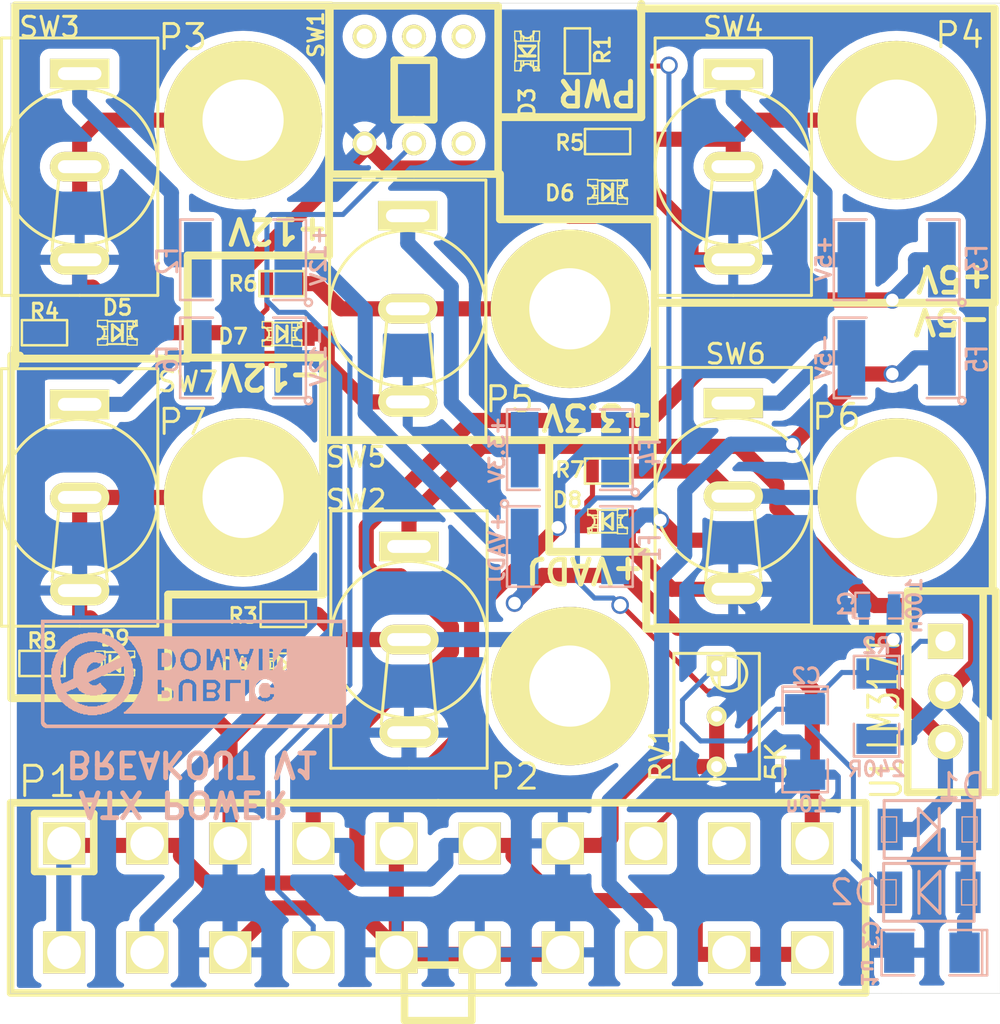
<source format=kicad_pcb>
(kicad_pcb (version 20221018) (generator pcbnew)
  (layers (0 "F.Cu" signal) (31 "B.Cu" signal) (34 "B.Paste" user) (35 "F.Paste" user) (36 "B.SilkS" user) (37 "F.SilkS" user) (38 "B.Mask" user) (39 "F.Mask" user) (44 "Edge.Cuts" user))
  (net 0 "")
  (net 1 "+12V")
  (net 2 "+12VF")
  (net 3 "+3.3V")
  (net 4 "+3.3VF")
  (net 5 "+5V")
  (net 6 "+5VF")
  (net 7 "+VADJF")
  (net 8 "+VADJ_IN")
  (net 9 "-12V")
  (net 10 "-12VF")
  (net 11 "-5V")
  (net 12 "-5VF")
  (net 13 "GND")
  (net 14 "N-000001")
  (net 15 "N-0000012")
  (net 16 "N-0000013")
  (net 17 "N-0000014")
  (net 18 "N-0000018")
  (net 19 "N-000002")
  (net 20 "N-0000024")
  (net 21 "N-000003")
  (net 22 "N-000004")
  (net 23 "N-000005")
  (net 24 "N-000006")
  (net 25 "N-000007")
  (net 26 "N-000008")
  (net 27 "N-000009")
  (net 28 "PWR_GOOD")
  (net 29 "PWR_ON")
  (footprint "PAD_ROUND_4.1MM" (layer "F.Cu") (at 31.75 25.908)
    (fp_text reference "P3")
    (fp_text value "CONN_1" hide)
  )
  (footprint "PAD_ROUND_4.1MM" (layer "F.Cu") (at 64.77 25.908)
    (fp_text reference "P4")
    (fp_text value "CONN_1" hide)
  )
  (footprint "BOURNS_3266Y" (layer "F.Cu") (at 55.6768 56.007 -90)
    (fp_text reference "RV1")
    (fp_text value "5K")
  )
  (footprint "LED-0805" (layer "F.Cu") (at 25.273 53.34 180)
    (fp_text reference "D9")
    (fp_text value "LED" hide)
  )
  (footprint "SM0603" (layer "F.Cu") (at 33.782 50.8635 180)
    (fp_text reference "R3")
    (fp_text value "2K2" hide)
  )
  (footprint "SW_PUSH_LATCH_TL-2201" (layer "F.Cu") (at 40.386 24.384 180)
    (fp_text reference "SW1")
    (fp_text value "SWITCH_INV" hide)
  )
  (footprint "CONN_ATX_10X2" (layer "F.Cu") (at 41.6052 65.1764)
    (fp_text reference "P1")
    (fp_text value "CONN_10X2" hide)
  )
  (footprint "SW_SPDT_VERTICAL_PANEL" (layer "F.Cu") (at 56.515 28.2575 -90)
    (fp_text reference "SW4")
    (fp_text value "SWITCH_INV" hide)
  )
  (footprint "SW_SPDT_VERTICAL_PANEL" (layer "F.Cu") (at 23.495 44.958 -90)
    (fp_text reference "SW7")
    (fp_text value "SWITCH_INV" hide)
  )
  (footprint "SW_SPDT_VERTICAL_PANEL" (layer "F.Cu") (at 40.132 52.1335 -90)
    (fp_text reference "SW2")
    (fp_text value "SWITCH_INV" hide)
  )
  (footprint "SW_SPDT_VERTICAL_PANEL" (layer "F.Cu") (at 40.0685 35.433 -90)
    (fp_text reference "SW5")
    (fp_text value "SWITCH_INV" hide)
  )
  (footprint "SW_SPDT_VERTICAL_PANEL" (layer "F.Cu") (at 23.495 28.2575 -90)
    (fp_text reference "SW3")
    (fp_text value "SWITCH_INV" hide)
  )
  (footprint "SM0603" (layer "F.Cu") (at 21.59 53.34)
    (fp_text reference "R8")
    (fp_text value "2K2" hide)
  )
  (footprint "SM0603" (layer "F.Cu") (at 50.165 43.6245 180)
    (fp_text reference "R7")
    (fp_text value "2K2" hide)
  )
  (footprint "SM0603" (layer "F.Cu") (at 48.641 22.4155 90)
    (fp_text reference "R1")
    (fp_text value "2K2" hide)
  )
  (footprint "SM0603" (layer "F.Cu") (at 33.7185 34.163 180)
    (fp_text reference "R6")
    (fp_text value "2K2" hide)
  )
  (footprint "SM0603" (layer "F.Cu") (at 50.165 26.9875 180)
    (fp_text reference "R5")
    (fp_text value "2K2" hide)
  )
  (footprint "SM0603" (layer "F.Cu") (at 21.717 36.6395)
    (fp_text reference "R4")
    (fp_text value "2K2" hide)
  )
  (footprint "LED-0805" (layer "F.Cu") (at 50.165 46.1645 180)
    (fp_text reference "D8")
    (fp_text value "LED" hide)
  )
  (footprint "LED-0805" (layer "F.Cu") (at 46.101 22.4155 -90)
    (fp_text reference "D3")
    (fp_text value "LED" hide)
  )
  (footprint "LED-0805" (layer "F.Cu") (at 33.7185 36.703)
    (fp_text reference "D7")
    (fp_text value "LED" hide)
  )
  (footprint "LED-0805" (layer "F.Cu") (at 33.782 53.4035)
    (fp_text reference "D4")
    (fp_text value "LED" hide)
  )
  (footprint "LED-0805" (layer "F.Cu") (at 50.165 29.5275)
    (fp_text reference "D6")
    (fp_text value "LED" hide)
  )
  (footprint "LED-0805" (layer "F.Cu") (at 25.4 36.6395)
    (fp_text reference "D5")
    (fp_text value "LED" hide)
  )
  (footprint "PAD_ROUND_4.1MM" (layer "F.Cu") (at 31.75 44.958)
    (fp_text reference "P7")
    (fp_text value "CONN_1" hide)
  )
  (footprint "PAD_ROUND_4.1MM" (layer "F.Cu") (at 48.26 54.483)
    (fp_text reference "P2")
    (fp_text value "CONN_1" hide)
  )
  (footprint "PAD_ROUND_4.1MM" (layer "F.Cu") (at 48.26 35.433)
    (fp_text reference "P5")
    (fp_text value "CONN_1" hide)
  )
  (footprint "SW_SPDT_VERTICAL_PANEL" (layer "F.Cu") (at 56.515 44.8945 -90)
    (fp_text reference "SW6")
    (fp_text value "SWITCH_INV" hide)
  )
  (footprint "PAD_ROUND_4.1MM" (layer "F.Cu") (at 64.77 44.958)
    (fp_text reference "P6")
    (fp_text value "CONN_1" hide)
  )
  (footprint "TO220_123_VERT" (layer "F.Cu") (at 67.2338 54.7624)
    (fp_text reference "U1")
    (fp_text value "LM317T")
  )
  (footprint "SM1812" (layer "B.Cu") (at 31.75 37.9095 180)
    (fp_text reference "F6")
    (fp_text value "FUSE" hide)
  )
  (footprint "SM0603_Capa" (layer "B.Cu") (at 63.881 50.419 180)
    (fp_text reference "C1")
    (fp_text value "100n")
  )
  (footprint "SM1206" (layer "B.Cu") (at 63.754 55.499 90)
    (fp_text reference "R2")
    (fp_text value "240" hide)
  )
  (footprint "SM1206POL" (layer "B.Cu") (at 66.548 67.945 180)
    (fp_text reference "C3")
    (fp_text value "1u" hide)
  )
  (footprint "dp_devices-DO-214AC" (layer "B.Cu") (at 66.421 61.722 180)
    (fp_text reference "D1")
    (fp_text value "1N4002" hide)
  )
  (footprint "dp_devices-DO-214AC" (layer "B.Cu") (at 66.3956 64.897)
    (fp_text reference "D2")
    (fp_text value "1N4002" hide)
  )
  (footprint "SM1812" (layer "B.Cu") (at 48.26 47.4345)
    (fp_text reference "F1")
    (fp_text value "FUSE" hide)
  )
  (footprint "SM1812" (layer "B.Cu") (at 64.77 37.9095 180)
    (fp_text reference "F5")
    (fp_text value "FUSE" hide)
  )
  (footprint "SM1812" (layer "B.Cu") (at 64.77 32.9565 180)
    (fp_text reference "F3")
    (fp_text value "FUSE" hide)
  )
  (footprint "SM1812" (layer "B.Cu") (at 31.75 32.9565 180)
    (fp_text reference "F2")
    (fp_text value "FUSE" hide)
  )
  (footprint "SM1206POL" (layer "B.Cu") (at 60.1472 57.3024 -90)
    (fp_text reference "C2")
    (fp_text value "10u" hide)
  )
  (footprint "SM1812" (layer "B.Cu") (at 48.26 42.545 180)
    (fp_text reference "F4")
    (fp_text value "FUSE" hide)
  )
  (footprint "dp_devices-LOGO_CC-0" (layer "B.Cu") (at 21.59 51.181)
    (fp_text reference "")
    (fp_text value "")
  )
  (gr_line (start 69.723 20.2692) (end 69.723 35.1282) (stroke (width 0.4)) (layer "F.SilkS"))
  (gr_line (start 69.6214 49.6824) (end 69.6214 35.179) (stroke (width 0.4)) (layer "F.SilkS"))
  (gr_line (start 27.9654 55.0926) (end 20.0406 55.0926) (stroke (width 0.4)) (layer "F.SilkS"))
  (gr_line (start 35.8902 42.0624) (end 52.5526 42.0624) (stroke (width 0.4)) (layer "F.SilkS"))
  (gr_line (start 51.8668 25.7556) (end 51.8668 20.0406) (stroke (width 0.4)) (layer "F.SilkS"))
  (gr_line (start 20.0406 37.7952) (end 20.4724 37.7952) (stroke (width 0.4)) (layer "F.SilkS"))
  (gr_line (start 28.956 37.9476) (end 20.193 37.9476) (stroke (width 0.4)) (layer "F.SilkS"))
  (gr_line (start 36.0426 23.749) (end 36.0426 22.7076) (stroke (width 0.2)) (layer "F.SilkS"))
  (gr_line (start 36.0934 32.7406) (end 28.956 32.7406) (stroke (width 0.4)) (layer "F.SilkS"))
  (gr_line (start 51.816 20.2692) (end 69.723 20.2692) (stroke (width 0.4)) (layer "F.SilkS"))
  (gr_line (start 20.2438 38.2524) (end 20.2438 20.1168) (stroke (width 0.4)) (layer "F.SilkS"))
  (gr_line (start 47.2186 47.7012) (end 52.1208 47.7012) (stroke (width 0.4)) (layer "F.SilkS"))
  (gr_line (start 20.2438 20.1168) (end 36.195 20.1168) (stroke (width 0.4)) (layer "F.SilkS"))
  (gr_line (start 52.5526 42.0624) (end 52.5526 30.9118) (stroke (width 0.4)) (layer "F.SilkS"))
  (gr_line (start 69.723 35.1282) (end 52.5526 35.1282) (stroke (width 0.4)) (layer "F.SilkS"))
  (gr_line (start 28.956 32.7406) (end 28.956 37.9476) (stroke (width 0.4)) (layer "F.SilkS"))
  (gr_line (start 27.9654 49.8602) (end 27.9654 55.0926) (stroke (width 0.4)) (layer "F.SilkS"))
  (gr_line (start 47.2186 42.037) (end 47.2186 47.7012) (stroke (width 0.4)) (layer "F.SilkS"))
  (gr_line (start 20.193 37.9476) (end 20.193 37.4396) (stroke (width 0.4)) (layer "F.SilkS"))
  (gr_line (start 44.7294 30.9118) (end 44.7294 28.6258) (stroke (width 0.4)) (layer "F.SilkS"))
  (gr_line (start 20.0406 55.0926) (end 20.0406 37.7952) (stroke (width 0.4)) (layer "F.SilkS"))
  (gr_line (start 35.7886 49.8602) (end 27.9654 49.8602) (stroke (width 0.4)) (layer "F.SilkS"))
  (gr_line (start 36.0934 20.1676) (end 36.0934 32.7406) (stroke (width 0.4)) (layer "F.SilkS"))
  (gr_line (start 52.1208 51.5874) (end 65.278 51.5874) (stroke (width 0.4)) (layer "F.SilkS"))
  (gr_line (start 52.1208 47.7012) (end 52.1208 51.5874) (stroke (width 0.4)) (layer "F.SilkS"))
  (gr_line (start 35.7886 37.8968) (end 35.7886 49.8602) (stroke (width 0.4)) (layer "F.SilkS"))
  (gr_line (start 44.704 25.7556) (end 51.8668 25.7556) (stroke (width 0.4)) (layer "F.SilkS"))
  (gr_line (start 52.5526 30.9118) (end 44.7294 30.9118) (stroke (width 0.4)) (layer "F.SilkS"))
  (gr_line (start 28.829 37.8968) (end 35.7886 37.8968) (stroke (width 0.4)) (layer "F.SilkS"))
  (gr_line (start 65 70) (end 70 70) (stroke (width 0.0254)) (layer "Edge.Cuts"))
  (gr_line (start 20 20) (end 20 70) (stroke (width 0.0254)) (layer "Edge.Cuts"))
  (gr_line (start 20 70) (end 65 70) (stroke (width 0.0254)) (layer "Edge.Cuts"))
  (gr_line (start 70 20) (end 20 20) (stroke (width 0.0254)) (layer "Edge.Cuts"))
  (gr_line (start 70 70) (end 70 20) (stroke (width 0.0254)) (layer "Edge.Cuts"))
  (gr_text "+3.3V\n" (at 44.577 42.545 90) (layer "B.SilkS") (effects (font (size 0.75 0.75)) (justify mirror)))
  (gr_text "10u" (at 60.198 60.452) (layer "B.SilkS") (effects (font (size 0.75 0.75)) (justify mirror)))
  (gr_text "-5V" (at 61.087 37.846 90) (layer "B.SilkS") (effects (font (size 0.75 0.75)) (justify mirror)))
  (gr_text "-12V" (at 35.56 37.846 90) (layer "B.SilkS") (effects (font (size 0.75 0.75)) (justify mirror)))
  (gr_text "240R" (at 63.754 58.674) (layer "B.SilkS") (effects (font (size 0.75 0.75)) (justify mirror)))
  (gr_text "+5V" (at 61.087 32.893 90) (layer "B.SilkS") (effects (font (size 0.75 0.75)) (justify mirror)))
  (gr_text "ATX POWER \nBREAKOUT V1\n" (at 29.21 59.436 180) (layer "B.SilkS") (effects (font (size 1.25 1.25) (thickness 0.25)) (justify mirror)))
  (gr_text "1u" (at 63.373 68.961 270) (layer "B.SilkS") (effects (font (size 0.75 0.75)) (justify mirror)))
  (gr_text "+VADJ" (at 44.577 47.498 90) (layer "B.SilkS") (effects (font (size 0.75 0.75)) (justify mirror)))
  (gr_text "+12V" (at 35.56 32.766 90) (layer "B.SilkS") (effects (font (size 0.75 0.75)) (justify mirror)))
  (gr_text "+12V" (at 33.528 31.496 180) (layer "F.SilkS") (effects (font (size 1.25 1.25) (thickness 0.25))))
  (gr_text "PWR\n" (at 49.657 24.511 180) (layer "F.SilkS") (effects (font (size 1.25 1.25) (thickness 0.25))))
  (gr_text "-12V" (at 33.147 38.862 180) (layer "F.SilkS") (effects (font (size 1.25 1.25) (thickness 0.25))))
  (gr_text "+3.3V\n" (at 49.657 40.894 180) (layer "F.SilkS") (effects (font (size 1.25 1.25) (thickness 0.25))))
  (gr_text "+5V\n" (at 67.691 33.909 180) (layer "F.SilkS") (effects (font (size 1.25 1.25) (thickness 0.25))))
  (gr_text "+VADJ\n" (at 49.022 48.641 180) (layer "F.SilkS") (effects (font (size 1.25 1.25) (thickness 0.25))))
  (gr_text "-5V" (at 67.564 36.068 180) (layer "F.SilkS") (effects (font (size 1.25 1.25) (thickness 0.25))))
  (segment (start 60.50534 54.66334) (end 57.404 51.562) (width 0.762) (layer "F.Cu") (net 1))
  (segment (start 57.404 51.562) (end 53.721 51.562) (width 0.762) (layer "F.Cu") (net 1))
  (segment (start 53.721 51.562) (end 51.054 48.895) (width 0.762) (layer "F.Cu") (net 1))
  (segment (start 51.054 48.895) (end 46.863 48.895) (width 0.762) (layer "F.Cu") (net 1))
  (segment (start 46.863 48.895) (end 45.466 50.292) (width 0.762) (layer "F.Cu") (net 1))
  (segment (start 60.50534 62.42558) (end 60.50534 54.66334) (width 0.762) (layer "F.Cu") (net 1))
  (via (at 45.466 50.292) (size 0.889) (drill 0.635) (layers "F.Cu" "B.Cu") (net 1))
  (segment (start 45.466 50.292) (end 45.974 49.784) (width 0.762) (layer "B.Cu") (net 1))
  (segment (start 45.974 49.784) (end 45.974 47.4345) (width 0.762) (layer "B.Cu") (net 1))
  (segment (start 34.036 32.9565) (end 35.3698 32.9565) (width 0.762) (layer "B.Cu") (net 1))
  (segment (start 37.9213 40.7156) (end 44.6402 47.4345) (width 0.762) (layer "B.Cu") (net 1))
  (segment (start 37.9213 35.508) (end 37.9213 40.7156) (width 0.762) (layer "B.Cu") (net 1))
  (segment (start 35.3698 32.9565) (end 37.9213 35.508) (width 0.762) (layer "B.Cu") (net 1))
  (segment (start 45.974 47.4345) (end 44.6402 47.4345) (width 0.762) (layer "B.Cu") (net 1))
  (segment (start 28.1302 32.9565) (end 28.1302 29.578) (width 0.762) (layer "B.Cu") (net 2))
  (segment (start 23.495 23.5575) (end 23.495 24.9428) (width 0.762) (layer "B.Cu") (net 2))
  (segment (start 29.464 32.9565) (end 28.1302 32.9565) (width 0.762) (layer "B.Cu") (net 2))
  (segment (start 28.1302 29.578) (end 23.495 24.9428) (width 0.762) (layer "B.Cu") (net 2))
  (segment (start 37.4997 63.9154) (end 37.4997 60.9288) (width 0.762) (layer "F.Cu") (net 3))
  (segment (start 37.4997 60.9288) (end 39.7818 58.6467) (width 0.762) (layer "F.Cu") (net 3))
  (segment (start 29.9627 64.4288) (end 36.9863 64.4288) (width 0.762) (layer "F.Cu") (net 3))
  (segment (start 28.5918 62.5272) (end 28.5918 63.0579) (width 0.762) (layer "F.Cu") (net 3))
  (segment (start 26.8935 62.5272) (end 22.6924 62.5272) (width 0.762) (layer "F.Cu") (net 3))
  (segment (start 43.2955 56.4306) (end 43.2955 50.8198) (width 0.762) (layer "F.Cu") (net 3))
  (segment (start 26.8935 62.5272) (end 28.5918 62.5272) (width 0.762) (layer "F.Cu") (net 3))
  (segment (start 41.0794 58.6467) (end 43.2955 56.4306) (width 0.762) (layer "F.Cu") (net 3))
  (segment (start 28.5918 63.0579) (end 29.9627 64.4288) (width 0.762) (layer "F.Cu") (net 3))
  (segment (start 43.2955 50.8198) (end 47.6505 46.4648) (width 0.762) (layer "F.Cu") (net 3))
  (segment (start 36.9863 64.4288) (end 37.4997 63.9154) (width 0.762) (layer "F.Cu") (net 3))
  (segment (start 39.7818 58.6467) (end 41.0794 58.6467) (width 0.762) (layer "F.Cu") (net 3))
  (via (at 47.6505 46.4648) (size 0.889) (drill 0.635) (layers "F.Cu" "B.Cu") (net 3))
  (segment (start 50.546 42.545) (end 49.2122 42.545) (width 0.762) (layer "B.Cu") (net 3))
  (segment (start 47.6505 44.1067) (end 49.2122 42.545) (width 0.762) (layer "B.Cu") (net 3))
  (segment (start 22.6924 62.5272) (end 22.6924 68.0288) (width 0.762) (layer "B.Cu") (net 3))
  (segment (start 47.6505 46.4648) (end 47.6505 44.1067) (width 0.762) (layer "B.Cu") (net 3))
  (segment (start 44.6402 42.545) (end 42.268 40.1728) (width 0.762) (layer "B.Cu") (net 4))
  (segment (start 42.268 40.1728) (end 42.268 34.3178) (width 0.762) (layer "B.Cu") (net 4))
  (segment (start 40.0685 30.733) (end 40.0685 32.1183) (width 0.762) (layer "B.Cu") (net 4))
  (segment (start 45.974 42.545) (end 44.6402 42.545) (width 0.762) (layer "B.Cu") (net 4))
  (segment (start 42.268 34.3178) (end 40.0685 32.1183) (width 0.762) (layer "B.Cu") (net 4))
  (segment (start 52.3139 41.0716) (end 43.3399 41.0716) (width 0.762) (layer "F.Cu") (net 5))
  (segment (start 53.4254 65.3142) (end 54.5932 66.482) (width 0.762) (layer "F.Cu") (net 5))
  (segment (start 43.6931 62.5272) (end 45.3914 62.5272) (width 0.762) (layer "F.Cu") (net 5))
  (segment (start 39.5913 54.6383) (end 35.2933 58.9363) (width 0.762) (layer "F.Cu") (net 5))
  (segment (start 45.3914 63.058) (end 47.6476 65.3142) (width 0.762) (layer "F.Cu") (net 5))
  (segment (start 42.2791 52.7318) (end 40.3726 54.6383) (width 0.762) (layer "F.Cu") (net 5))
  (segment (start 37.9743 48.4242) (end 38.466 48.9159) (width 0.762) (layer "F.Cu") (net 5))
  (segment (start 56.2915 68.0288) (end 54.5932 68.0288) (width 0.762) (layer "F.Cu") (net 5))
  (segment (start 47.6476 65.3142) (end 53.4254 65.3142) (width 0.762) (layer "F.Cu") (net 5))
  (segment (start 38.466 48.9159) (end 39.7004 48.9159) (width 0.762) (layer "F.Cu") (net 5))
  (segment (start 42.2791 51.4946) (end 42.2791 52.7318) (width 0.762) (layer "F.Cu") (net 5))
  (segment (start 37.9743 46.4372) (end 37.9743 48.4242) (width 0.762) (layer "F.Cu") (net 5))
  (segment (start 45.3914 62.5272) (end 45.3914 63.058) (width 0.762) (layer "F.Cu") (net 5))
  (segment (start 54.5932 66.482) (end 54.5932 68.0288) (width 0.762) (layer "F.Cu") (net 5))
  (segment (start 35.2933 58.9363) (end 35.2933 62.5272) (width 0.762) (layer "F.Cu") (net 5))
  (segment (start 58.4004 34.9851) (end 52.3139 41.0716) (width 0.762) (layer "F.Cu") (net 5))
  (segment (start 43.3399 41.0716) (end 37.9743 46.4372) (width 0.762) (layer "F.Cu") (net 5))
  (segment (start 40.3726 54.6383) (end 39.5913 54.6383) (width 0.762) (layer "F.Cu") (net 5))
  (segment (start 60.4926 68.0288) (end 56.2915 68.0288) (width 0.762) (layer "F.Cu") (net 5))
  (segment (start 39.7004 48.9159) (end 42.2791 51.4946) (width 0.762) (layer "F.Cu") (net 5))
  (segment (start 64.55 34.9851) (end 58.4004 34.9851) (width 0.762) (layer "F.Cu") (net 5))
  (via (at 64.55 34.9851) (size 0.889) (drill 0.635) (layers "F.Cu" "B.Cu") (net 5))
  (segment (start 67.056 32.9565) (end 65.7222 32.9565) (width 0.762) (layer "B.Cu") (net 5))
  (segment (start 65.7222 33.8129) (end 64.55 34.9851) (width 0.762) (layer "B.Cu") (net 5))
  (segment (start 37.7527 64.2255) (end 36.9916 63.4644) (width 0.762) (layer "B.Cu") (net 5))
  (segment (start 36.9916 63.4644) (end 36.9916 62.5272) (width 0.762) (layer "B.Cu") (net 5))
  (segment (start 65.7222 32.9565) (end 65.7222 33.8129) (width 0.762) (layer "B.Cu") (net 5))
  (segment (start 41.9948 63.4135) (end 41.1828 64.2255) (width 0.762) (layer "B.Cu") (net 5))
  (segment (start 43.6931 62.5272) (end 41.9948 62.5272) (width 0.762) (layer "B.Cu") (net 5))
  (segment (start 41.1828 64.2255) (end 37.7527 64.2255) (width 0.762) (layer "B.Cu") (net 5))
  (segment (start 35.2933 62.5272) (end 36.9916 62.5272) (width 0.762) (layer "B.Cu") (net 5))
  (segment (start 41.9948 62.5272) (end 41.9948 63.4135) (width 0.762) (layer "B.Cu") (net 5))
  (segment (start 62.484 32.9565) (end 61.1502 32.9565) (width 0.762) (layer "B.Cu") (net 6))
  (segment (start 61.1502 29.578) (end 56.515 24.9428) (width 0.762) (layer "B.Cu") (net 6))
  (segment (start 56.515 23.5575) (end 56.515 24.9428) (width 0.762) (layer "B.Cu") (net 6))
  (segment (start 61.1502 32.9565) (end 61.1502 29.578) (width 0.762) (layer "B.Cu") (net 6))
  (segment (start 67.3702 54.7624) (end 68.7582 53.3744) (width 0.762) (layer "F.Cu") (net 7))
  (segment (start 68.7582 53.3744) (end 68.7582 51.0213) (width 0.762) (layer "F.Cu") (net 7))
  (segment (start 58.7203 44.3189) (end 56.7804 42.379) (width 0.762) (layer "F.Cu") (net 7))
  (segment (start 40.132 47.4335) (end 40.132 46.0482) (width 0.762) (layer "F.Cu") (net 7))
  (segment (start 68.1517 50.4148) (end 63.6595 50.4148) (width 0.762) (layer "F.Cu") (net 7))
  (segment (start 56.7804 42.379) (end 43.8012 42.379) (width 0.762) (layer "F.Cu") (net 7))
  (segment (start 63.6595 50.4148) (end 58.7203 45.4756) (width 0.762) (layer "F.Cu") (net 7))
  (segment (start 68.7582 51.0213) (end 68.1517 50.4148) (width 0.762) (layer "F.Cu") (net 7))
  (segment (start 58.7203 45.4756) (end 58.7203 44.3189) (width 0.762) (layer "F.Cu") (net 7))
  (segment (start 43.8012 42.379) (end 40.132 46.0482) (width 0.762) (layer "F.Cu") (net 7))
  (segment (start 67.2338 54.7624) (end 67.3702 54.7624) (width 0.762) (layer "F.Cu") (net 7))
  (segment (start 68.3743 66.1184) (end 68.199 66.2937) (width 0.762) (layer "B.Cu") (net 7))
  (segment (start 68.3743 64.897) (end 68.3743 66.1184) (width 0.762) (layer "B.Cu") (net 7))
  (segment (start 68.7807 56.6935) (end 68.7807 59.6567) (width 0.762) (layer "B.Cu") (net 7))
  (segment (start 68.7807 59.6567) (end 68.3997 60.0377) (width 0.762) (layer "B.Cu") (net 7))
  (segment (start 68.3997 61.722) (end 68.3997 63.1873) (width 0.762) (layer "B.Cu") (net 7))
  (segment (start 68.199 67.945) (end 68.199 66.2937) (width 0.762) (layer "B.Cu") (net 7))
  (segment (start 68.3997 63.1873) (end 68.3743 63.2127) (width 0.762) (layer "B.Cu") (net 7))
  (segment (start 67.2338 54.7624) (end 67.1751 54.8211) (width 0.762) (layer "B.Cu") (net 7))
  (segment (start 67.1751 54.8211) (end 67.1751 55.0879) (width 0.762) (layer "B.Cu") (net 7))
  (segment (start 63.7794 57.0992) (end 65.4307 57.0992) (width 0.762) (layer "B.Cu") (net 7))
  (segment (start 67.1751 55.0879) (end 68.7807 56.6935) (width 0.762) (layer "B.Cu") (net 7))
  (segment (start 68.3997 61.722) (end 68.3997 60.0377) (width 0.762) (layer "B.Cu") (net 7))
  (segment (start 68.3743 64.897) (end 68.3743 63.2127) (width 0.762) (layer "B.Cu") (net 7))
  (segment (start 65.4307 56.8323) (end 67.1751 55.0879) (width 0.762) (layer "B.Cu") (net 7))
  (segment (start 65.4307 57.0992) (end 65.4307 56.8323) (width 0.762) (layer "B.Cu") (net 7))
  (segment (start 61.9077 52.1287) (end 59.309 49.53) (width 0.762) (layer "F.Cu") (net 8))
  (segment (start 59.309 49.53) (end 59.309 48.387) (width 0.762) (layer "F.Cu") (net 8))
  (segment (start 59.309 48.387) (end 58.039 47.117) (width 0.762) (layer "F.Cu") (net 8))
  (segment (start 58.039 47.117) (end 53.848 47.117) (width 0.762) (layer "F.Cu") (net 8))
  (segment (start 53.848 47.117) (end 52.832 46.101) (width 0.762) (layer "F.Cu") (net 8))
  (segment (start 64.6071 52.1287) (end 61.9077 52.1287) (width 0.762) (layer "F.Cu") (net 8))
  (segment (start 67.2338 57.3024) (end 64.6071 54.6757) (width 0.762) (layer "F.Cu") (net 8))
  (segment (start 64.6071 54.6757) (end 64.6071 52.1287) (width 0.762) (layer "F.Cu") (net 8))
  (via (at 52.832 46.101) (size 0.889) (drill 0.635) (layers "F.Cu" "B.Cu") (net 8))
  (via (at 64.6071 52.1287) (size 0.889) (drill 0.635) (layers "F.Cu" "B.Cu") (net 8))
  (segment (start 52.832 46.101) (end 52.578 45.847) (width 0.762) (layer "B.Cu") (net 8))
  (segment (start 52.578 45.847) (end 51.943 45.847) (width 0.762) (layer "B.Cu") (net 8))
  (segment (start 51.943 45.847) (end 50.546 47.244) (width 0.762) (layer "B.Cu") (net 8))
  (segment (start 50.546 47.244) (end 50.546 47.4345) (width 0.762) (layer "B.Cu") (net 8))
  (segment (start 64.643 50.419) (end 64.643 51.6258) (width 0.762) (layer "B.Cu") (net 8))
  (segment (start 64.643 51.6258) (end 64.6071 51.6617) (width 0.762) (layer "B.Cu") (net 8))
  (segment (start 67.2338 57.3024) (end 67.2338 60.2008) (width 0.762) (layer "B.Cu") (net 8))
  (segment (start 64.4423 61.722) (end 65.7126 61.722) (width 0.762) (layer "B.Cu") (net 8))
  (segment (start 64.6071 51.6617) (end 64.6071 52.1287) (width 0.762) (layer "B.Cu") (net 8))
  (segment (start 67.2338 60.2008) (end 65.7126 61.722) (width 0.762) (layer "B.Cu") (net 8))
  (segment (start 36.3846 38.9243) (end 35.3698 37.9095) (width 0.762) (layer "B.Cu") (net 9))
  (segment (start 28.8966 64.3274) (end 28.8966 59.2146) (width 0.762) (layer "B.Cu") (net 9))
  (segment (start 26.8935 66.3305) (end 28.8966 64.3274) (width 0.762) (layer "B.Cu") (net 9))
  (segment (start 36.3846 51.7266) (end 36.3846 38.9243) (width 0.762) (layer "B.Cu") (net 9))
  (segment (start 28.8966 59.2146) (end 36.3846 51.7266) (width 0.762) (layer "B.Cu") (net 9))
  (segment (start 34.036 37.9095) (end 35.3698 37.9095) (width 0.762) (layer "B.Cu") (net 9))
  (segment (start 26.8935 68.0288) (end 26.8935 66.3305) (width 0.762) (layer "B.Cu") (net 9))
  (segment (start 25.7817 40.258) (end 23.495 40.258) (width 0.762) (layer "B.Cu") (net 10))
  (segment (start 28.1302 37.9095) (end 25.7817 40.258) (width 0.762) (layer "B.Cu") (net 10))
  (segment (start 29.464 37.9095) (end 28.1302 37.9095) (width 0.762) (layer "B.Cu") (net 10))
  (segment (start 63.0455 38.7245) (end 64.55 38.7245) (width 0.762) (layer "F.Cu") (net 11))
  (segment (start 59.5008 42.2692) (end 63.0455 38.7245) (width 0.762) (layer "F.Cu") (net 11))
  (via (at 59.5008 42.2692) (size 0.889) (drill 0.635) (layers "F.Cu" "B.Cu") (net 11))
  (via (at 64.55 38.7245) (size 0.889) (drill 0.635) (layers "F.Cu" "B.Cu") (net 11))
  (segment (start 52.8962 49.0163) (end 54.0626 47.8499) (width 0.762) (layer "B.Cu") (net 11))
  (segment (start 52.0929 68.0288) (end 52.0929 66.3305) (width 0.762) (layer "B.Cu") (net 11))
  (segment (start 54.0626 47.8499) (end 54.0626 44.6038) (width 0.762) (layer "B.Cu") (net 11))
  (segment (start 52.0929 66.3305) (end 50.2421 64.4797) (width 0.762) (layer "B.Cu") (net 11))
  (segment (start 56.3972 42.2692) (end 59.5008 42.2692) (width 0.762) (layer "B.Cu") (net 11))
  (segment (start 67.056 37.9095) (end 65.7222 37.9095) (width 0.762) (layer "B.Cu") (net 11))
  (segment (start 54.0626 44.6038) (end 56.3972 42.2692) (width 0.762) (layer "B.Cu") (net 11))
  (segment (start 52.8962 57.62) (end 52.8962 49.0163) (width 0.762) (layer "B.Cu") (net 11))
  (segment (start 50.2421 64.4797) (end 50.2421 60.2741) (width 0.762) (layer "B.Cu") (net 11))
  (segment (start 50.2421 60.2741) (end 52.8962 57.62) (width 0.762) (layer "B.Cu") (net 11))
  (segment (start 64.55 38.7245) (end 64.9072 38.7245) (width 0.762) (layer "B.Cu") (net 11))
  (segment (start 64.9072 38.7245) (end 65.7222 37.9095) (width 0.762) (layer "B.Cu") (net 11))
  (segment (start 58.8652 40.1945) (end 56.515 40.1945) (width 0.762) (layer "B.Cu") (net 12))
  (segment (start 61.1502 37.9095) (end 58.8652 40.1945) (width 0.762) (layer "B.Cu") (net 12))
  (segment (start 62.484 37.9095) (end 61.1502 37.9095) (width 0.762) (layer "B.Cu") (net 12))
  (segment (start 49.94402 62.52718) (end 50.3428 62.1284) (width 0.762) (layer "F.Cu") (net 13))
  (segment (start 50.3428 62.1284) (end 50.3428 60.4012) (width 0.762) (layer "F.Cu") (net 13))
  (segment (start 50.3428 60.4012) (end 52.197 58.547) (width 0.762) (layer "F.Cu") (net 13))
  (segment (start 52.197 58.547) (end 55.6768 58.547) (width 0.762) (layer "F.Cu") (net 13))
  (segment (start 39.50462 67.74942) (end 37.4396 65.6844) (width 0.762) (layer "F.Cu") (net 13))
  (segment (start 37.4396 65.6844) (end 33.34766 65.6844) (width 0.762) (layer "F.Cu") (net 13))
  (segment (start 33.34766 65.6844) (end 31.10484 67.92722) (width 0.762) (layer "F.Cu") (net 13))
  (segment (start 53.4093 49.5945) (end 54.3797 49.5945) (width 0.762) (layer "F.Cu") (net 13))
  (segment (start 49.9792 30.7623) (end 51.214 29.5275) (width 0.762) (layer "F.Cu") (net 13))
  (segment (start 31.2256 57.0089) (end 27.5567 53.34) (width 0.762) (layer "F.Cu") (net 13))
  (segment (start 27.6837 36.6395) (end 31.4347 36.6395) (width 0.762) (layer "F.Cu") (net 13))
  (segment (start 31.4347 33.8265) (end 31.4347 36.6395) (width 0.762) (layer "F.Cu") (net 13))
  (segment (start 43.6931 68.0288) (end 39.4919 68.0288) (width 0.762) (layer "F.Cu") (net 13))
  (segment (start 52.4487 29.5275) (end 54.3797 31.4585) (width 0.762) (layer "F.Cu") (net 13))
  (segment (start 33.5327 37.9378) (end 34.7675 36.703) (width 0.762) (layer "F.Cu") (net 13))
  (segment (start 31.4347 36.6395) (end 31.4347 37.6133) (width 0.762) (layer "F.Cu") (net 13))
  (segment (start 34.831 53.4035) (end 31.2256 57.0089) (width 0.762) (layer "F.Cu") (net 13))
  (segment (start 23.495 32.9575) (end 23.495 34.3428) (width 0.762) (layer "F.Cu") (net 13))
  (segment (start 47.8917 68.0288) (end 43.6931 68.0288) (width 0.762) (layer "F.Cu") (net 13))
  (segment (start 46.101 28.6338) (end 48.2295 30.7623) (width 0.762) (layer "F.Cu") (net 13))
  (segment (start 38.164 27.3614) (end 37.8998 27.3614) (width 0.762) (layer "F.Cu") (net 13))
  (segment (start 37.8866 27.084) (end 38.164 27.3614) (width 0.762) (layer "F.Cu") (net 13))
  (segment (start 23.495 34.3428) (end 24.1523 34.3428) (width 0.762) (layer "F.Cu") (net 13))
  (segment (start 38.164 27.3614) (end 39.1266 28.324) (width 0.762) (layer "F.Cu") (net 13))
  (segment (start 23.495 49.658) (end 23.495 51.0433) (width 0.762) (layer "F.Cu") (net 13))
  (segment (start 36.0022 38.202) (end 37.9332 40.133) (width 0.762) (layer "F.Cu") (net 13))
  (segment (start 51.214 29.5275) (end 52.4487 29.5275) (width 0.762) (layer "F.Cu") (net 13))
  (segment (start 40.0685 40.133) (end 37.9332 40.133) (width 0.762) (layer "F.Cu") (net 13))
  (segment (start 55.6768 58.547) (end 55.6768 56.007) (width 0.762) (layer "F.Cu") (net 13))
  (segment (start 37.8998 27.3614) (end 31.4347 33.8265) (width 0.762) (layer "F.Cu") (net 13))
  (segment (start 56.515 49.5945) (end 54.3797 49.5945) (width 0.762) (layer "F.Cu") (net 13))
  (segment (start 47.8917 62.52718) (end 49.94402 62.52718) (width 0.762) (layer "F.Cu") (net 13))
  (segment (start 24.0253 51.0433) (end 26.322 53.34) (width 0.762) (layer "F.Cu") (net 13))
  (segment (start 23.495 51.0433) (end 24.0253 51.0433) (width 0.762) (layer "F.Cu") (net 13))
  (segment (start 24.1523 34.3428) (end 26.449 36.6395) (width 0.762) (layer "F.Cu") (net 13))
  (segment (start 39.1266 28.324) (end 46.101 28.324) (width 0.762) (layer "F.Cu") (net 13))
  (segment (start 39.50462 67.92722) (end 39.50462 67.74942) (width 0.762) (layer "F.Cu") (net 13))
  (segment (start 31.7592 37.9378) (end 33.5327 37.9378) (width 0.762) (layer "F.Cu") (net 13))
  (segment (start 34.7675 36.703) (end 36.0022 36.703) (width 0.762) (layer "F.Cu") (net 13))
  (segment (start 46.101 28.324) (end 46.101 23.4645) (width 0.762) (layer "F.Cu") (net 13))
  (segment (start 39.4919 66.3304) (end 39.4919 62.5272) (width 0.762) (layer "F.Cu") (net 13))
  (segment (start 54.3797 31.4585) (end 54.3797 32.9575) (width 0.762) (layer "F.Cu") (net 13))
  (segment (start 39.4919 68.0288) (end 39.4919 66.3304) (width 0.762) (layer "F.Cu") (net 13))
  (segment (start 48.2295 30.7623) (end 49.9792 30.7623) (width 0.762) (layer "F.Cu") (net 13))
  (segment (start 31.0921 62.5272) (end 31.0921 60.8289) (width 0.762) (layer "F.Cu") (net 13))
  (segment (start 51.214 46.1645) (end 51.214 47.3992) (width 0.762) (layer "F.Cu") (net 13))
  (segment (start 36.0022 36.703) (end 36.0022 38.202) (width 0.762) (layer "F.Cu") (net 13))
  (segment (start 46.101 28.324) (end 46.101 28.6338) (width 0.762) (layer "F.Cu") (net 13))
  (segment (start 51.214 47.3992) (end 53.4093 49.5945) (width 0.762) (layer "F.Cu") (net 13))
  (segment (start 31.2256 57.0089) (end 31.0921 57.1424) (width 0.762) (layer "F.Cu") (net 13))
  (segment (start 31.4347 37.6133) (end 31.7592 37.9378) (width 0.762) (layer "F.Cu") (net 13))
  (segment (start 31.0921 57.1424) (end 31.0921 60.8289) (width 0.762) (layer "F.Cu") (net 13))
  (segment (start 26.449 36.6395) (end 27.6837 36.6395) (width 0.762) (layer "F.Cu") (net 13))
  (segment (start 56.515 32.9575) (end 54.3797 32.9575) (width 0.762) (layer "F.Cu") (net 13))
  (segment (start 26.322 53.34) (end 27.5567 53.34) (width 0.762) (layer "F.Cu") (net 13))
  (segment (start 55.8038 56.007) (end 57.5056 54.3052) (width 0.762) (layer "B.Cu") (net 13))
  (segment (start 57.5056 54.3052) (end 57.5056 50.5851) (width 0.762) (layer "B.Cu") (net 13))
  (segment (start 57.5056 50.5851) (end 56.515 49.5945) (width 0.762) (layer "B.Cu") (net 13))
  (segment (start 64.6938 67.945) (end 61.214 64.4652) (width 0.762) (layer "B.Cu") (net 13))
  (segment (start 61.214 64.4652) (end 58.42 64.4652) (width 0.762) (layer "B.Cu") (net 13))
  (segment (start 58.42 64.4652) (end 58.4708 64.4144) (width 0.762) (layer "B.Cu") (net 13))
  (segment (start 58.4708 64.4144) (end 58.4708 60.6298) (width 0.762) (layer "B.Cu") (net 13))
  (segment (start 58.4708 60.6298) (end 60.1472 58.9534) (width 0.762) (layer "B.Cu") (net 13))
  (segment (start 56.0832 58.9534) (end 55.6768 58.547) (width 0.762) (layer "B.Cu") (net 13))
  (segment (start 21.3596 46.1373) (end 21.3596 36.4782) (width 0.762) (layer "B.Cu") (net 13))
  (segment (start 62.1662 50.419) (end 61.3417 49.5945) (width 0.762) (layer "B.Cu") (net 13))
  (segment (start 61.3417 49.5945) (end 58.6503 49.5945) (width 0.762) (layer "B.Cu") (net 13))
  (segment (start 63.119 50.419) (end 62.1662 50.419) (width 0.762) (layer "B.Cu") (net 13))
  (segment (start 31.0921 68.0288) (end 31.0921 62.5272) (width 0.762) (layer "B.Cu") (net 13))
  (segment (start 39.4919 62.5272) (end 39.4919 58.8589) (width 0.762) (layer "B.Cu") (net 13))
  (segment (start 56.515 49.5945) (end 56.8329 49.5945) (width 0.762) (layer "B.Cu") (net 13))
  (segment (start 23.495 49.658) (end 23.495 48.2727) (width 0.762) (layer "B.Cu") (net 13))
  (segment (start 64.897 67.945) (end 64.6938 67.945) (width 0.762) (layer "B.Cu") (net 13))
  (segment (start 60.1472 58.9534) (end 56.0832 58.9534) (width 0.762) (layer "B.Cu") (net 13))
  (segment (start 40.132 56.8335) (end 40.132 58.2188) (width 0.762) (layer "B.Cu") (net 13))
  (segment (start 21.3596 36.4782) (end 23.495 34.3428) (width 0.762) (layer "B.Cu") (net 13))
  (segment (start 23.495 48.2727) (end 21.3596 46.1373) (width 0.762) (layer "B.Cu") (net 13))
  (segment (start 55.6768 56.007) (end 55.8038 56.007) (width 0.762) (layer "B.Cu") (net 13))
  (segment (start 56.8329 49.5945) (end 58.6503 49.5945) (width 0.762) (layer "B.Cu") (net 13))
  (segment (start 23.495 32.9575) (end 23.495 34.3428) (width 0.762) (layer "B.Cu") (net 13))
  (segment (start 47.8917 62.5272) (end 47.8917 68.0288) (width 0.762) (layer "B.Cu") (net 13))
  (segment (start 39.4919 58.8589) (end 40.132 58.2188) (width 0.762) (layer "B.Cu") (net 13))
  (segment (start 49.116 46.1645) (end 49.116 45.1838) (width 0.254) (layer "F.Cu") (net 14))
  (segment (start 49.116 45.1838) (end 49.403 44.8968) (width 0.254) (layer "F.Cu") (net 14))
  (segment (start 49.403 44.8968) (end 49.403 43.6245) (width 0.254) (layer "F.Cu") (net 14))
  (segment (start 36.7668 52.1335) (end 35.4968 50.8635) (width 0.762) (layer "F.Cu") (net 15))
  (segment (start 40.132 52.1335) (end 36.7668 52.1335) (width 0.762) (layer "F.Cu") (net 15))
  (segment (start 34.544 50.8635) (end 35.4968 50.8635) (width 0.762) (layer "F.Cu") (net 15))
  (segment (start 48.26 54.483) (end 45.9105 52.1335) (width 0.762) (layer "B.Cu") (net 15))
  (segment (start 45.9105 52.1335) (end 40.132 52.1335) (width 0.762) (layer "B.Cu") (net 15))
  (segment (start 24.224 53.34) (end 22.352 53.34) (width 0.254) (layer "F.Cu") (net 16))
  (segment (start 23.495 44.958) (end 23.495 46.3433) (width 0.762) (layer "F.Cu") (net 17))
  (segment (start 20.828 53.34) (end 20.828 49.0103) (width 0.762) (layer "F.Cu") (net 17))
  (segment (start 20.828 49.0103) (end 23.495 46.3433) (width 0.762) (layer "F.Cu") (net 17))
  (segment (start 31.75 44.958) (end 23.495 44.958) (width 0.762) (layer "F.Cu") (net 17))
  (segment (start 46.101 21.3665) (end 47.4012 21.3665) (width 0.254) (layer "F.Cu") (net 18))
  (segment (start 48.641 21.6535) (end 47.6882 21.6535) (width 0.254) (layer "F.Cu") (net 18))
  (segment (start 47.4012 21.3665) (end 47.6882 21.6535) (width 0.254) (layer "F.Cu") (net 18))
  (segment (start 50.927 43.6245) (end 51.8798 43.6245) (width 0.762) (layer "F.Cu") (net 19))
  (segment (start 56.515 44.8945) (end 55.245 43.6245) (width 0.762) (layer "F.Cu") (net 19))
  (segment (start 55.245 43.6245) (end 51.8798 43.6245) (width 0.762) (layer "F.Cu") (net 19))
  (segment (start 64.77 44.958) (end 58.7138 44.958) (width 0.762) (layer "B.Cu") (net 19))
  (segment (start 58.7138 44.958) (end 58.6503 44.8945) (width 0.762) (layer "B.Cu") (net 19))
  (segment (start 56.515 44.8945) (end 58.6503 44.8945) (width 0.762) (layer "B.Cu") (net 19))
  (segment (start 62.0014 53.7972) (end 60.1472 55.6514) (width 0.254) (layer "B.Cu") (net 20))
  (segment (start 64.2366 64.897) (end 62.5856 63.246) (width 0.254) (layer "B.Cu") (net 20))
  (segment (start 62.5856 63.246) (end 62.5856 58.7248) (width 0.254) (layer "B.Cu") (net 20))
  (segment (start 62.5856 58.7248) (end 60.1472 56.2864) (width 0.254) (layer "B.Cu") (net 20))
  (segment (start 60.1472 56.2864) (end 60.1472 55.6514) (width 0.254) (layer "B.Cu") (net 20))
  (segment (start 58.6994 55.6514) (end 57.0992 57.2516) (width 0.254) (layer "B.Cu") (net 20))
  (segment (start 57.0992 57.2516) (end 54.864 57.2516) (width 0.254) (layer "B.Cu") (net 20))
  (segment (start 54.864 57.2516) (end 53.9496 56.3372) (width 0.254) (layer "B.Cu") (net 20))
  (segment (start 53.9496 56.3372) (end 53.9496 55.1942) (width 0.254) (layer "B.Cu") (net 20))
  (segment (start 53.9496 55.1942) (end 55.6768 53.467) (width 0.254) (layer "B.Cu") (net 20))
  (segment (start 64.41694 64.897) (end 64.2366 64.897) (width 0.254) (layer "B.Cu") (net 20))
  (segment (start 67.2338 52.2224) (end 65.9635 52.2224) (width 0.254) (layer "B.Cu") (net 20))
  (segment (start 65.1767 53.7972) (end 65.1767 53.0092) (width 0.254) (layer "B.Cu") (net 20))
  (segment (start 63.7794 53.7972) (end 62.0014 53.7972) (width 0.254) (layer "B.Cu") (net 20))
  (segment (start 65.1767 53.0092) (end 65.9635 52.2224) (width 0.254) (layer "B.Cu") (net 20))
  (segment (start 63.7794 53.7972) (end 65.1767 53.7972) (width 0.254) (layer "B.Cu") (net 20))
  (segment (start 60.1472 55.6514) (end 58.6994 55.6514) (width 0.254) (layer "B.Cu") (net 20))
  (segment (start 32.6695 36.703) (end 32.6695 35.7223) (width 0.254) (layer "F.Cu") (net 21))
  (segment (start 32.6695 35.7223) (end 32.9565 35.4353) (width 0.254) (layer "F.Cu") (net 21))
  (segment (start 32.9565 35.4353) (end 32.9565 34.163) (width 0.254) (layer "F.Cu") (net 21))
  (segment (start 40.0685 35.433) (end 36.7033 35.433) (width 0.762) (layer "F.Cu") (net 22))
  (segment (start 48.26 35.433) (end 40.0685 35.433) (width 0.762) (layer "F.Cu") (net 22))
  (segment (start 36.7033 35.433) (end 35.4333 34.163) (width 0.762) (layer "F.Cu") (net 22))
  (segment (start 34.4805 34.163) (end 35.4333 34.163) (width 0.762) (layer "F.Cu") (net 22))
  (segment (start 49.116 29.5275) (end 49.116 28.5468) (width 0.254) (layer "F.Cu") (net 23))
  (segment (start 49.403 28.2598) (end 49.403 26.9875) (width 0.254) (layer "F.Cu") (net 23))
  (segment (start 49.116 28.5468) (end 49.403 28.2598) (width 0.254) (layer "F.Cu") (net 23))
  (segment (start 57.4792 25.908) (end 56.515 26.8722) (width 0.762) (layer "F.Cu") (net 24))
  (segment (start 64.77 25.908) (end 57.4792 25.908) (width 0.762) (layer "F.Cu") (net 24))
  (segment (start 51.8798 26.9875) (end 51.9951 26.8722) (width 0.762) (layer "F.Cu") (net 24))
  (segment (start 50.927 26.9875) (end 51.8798 26.9875) (width 0.762) (layer "F.Cu") (net 24))
  (segment (start 56.515 28.2575) (end 56.515 26.8722) (width 0.762) (layer "F.Cu") (net 24))
  (segment (start 51.9951 26.8722) (end 56.515 26.8722) (width 0.762) (layer "F.Cu") (net 24))
  (segment (start 24.351 36.6395) (end 22.479 36.6395) (width 0.254) (layer "F.Cu") (net 25))
  (segment (start 23.495 28.2575) (end 23.495 26.8722) (width 0.762) (layer "F.Cu") (net 26))
  (segment (start 20.955 36.6395) (end 20.955 32.1828) (width 0.762) (layer "F.Cu") (net 26))
  (segment (start 20.955 32.1828) (end 23.495 29.6428) (width 0.762) (layer "F.Cu") (net 26))
  (segment (start 23.495 28.2575) (end 23.495 29.6428) (width 0.762) (layer "F.Cu") (net 26))
  (segment (start 31.75 25.908) (end 24.4592 25.908) (width 0.762) (layer "F.Cu") (net 26))
  (segment (start 24.4592 25.908) (end 23.495 26.8722) (width 0.762) (layer "F.Cu") (net 26))
  (segment (start 32.733 52.4228) (end 33.02 52.1358) (width 0.254) (layer "F.Cu") (net 27))
  (segment (start 33.02 52.1358) (end 33.02 50.8635) (width 0.254) (layer "F.Cu") (net 27))
  (segment (start 32.733 53.4035) (end 32.733 52.4228) (width 0.254) (layer "F.Cu") (net 27))
  (segment (start 52.09286 62.08014) (end 54.1528 60.0202) (width 0.254) (layer "F.Cu") (net 28))
  (segment (start 54.1528 60.0202) (end 57.2516 60.0202) (width 0.254) (layer "F.Cu") (net 28))
  (segment (start 57.2516 60.0202) (end 57.3532 59.9186) (width 0.254) (layer "F.Cu") (net 28))
  (segment (start 57.3532 59.9186) (end 57.3532 55.3974) (width 0.254) (layer "F.Cu") (net 28))
  (segment (start 57.3532 55.3974) (end 56.6928 54.737) (width 0.254) (layer "F.Cu") (net 28))
  (segment (start 56.6928 54.737) (end 55.1942 54.737) (width 0.254) (layer "F.Cu") (net 28))
  (segment (start 55.1942 54.737) (end 50.8508 50.3936) (width 0.254) (layer "F.Cu") (net 28))
  (segment (start 50.8508 50.3936) (end 50.8 50.3936) (width 0.254) (layer "F.Cu") (net 28))
  (segment (start 53.2638 23.1394) (end 53.2257 23.1775) (width 0.254) (layer "F.Cu") (net 28))
  (segment (start 53.2257 23.1775) (end 48.641 23.1775) (width 0.254) (layer "F.Cu") (net 28))
  (segment (start 52.09286 62.52718) (end 52.10302 62.52718) (width 0.254) (layer "F.Cu") (net 28))
  (segment (start 52.09286 62.52718) (end 52.09286 62.08014) (width 0.254) (layer "F.Cu") (net 28))
  (via (at 50.8 50.3936) (size 0.889) (drill 0.635) (layers "F.Cu" "B.Cu") (net 28))
  (via (at 53.2638 23.1394) (size 0.889) (drill 0.635) (layers "F.Cu" "B.Cu") (net 28))
  (segment (start 50.8 50.3936) (end 50.4444 50.038) (width 0.254) (layer "B.Cu") (net 28))
  (segment (start 50.4444 50.038) (end 49.5046 50.038) (width 0.254) (layer "B.Cu") (net 28))
  (segment (start 49.5046 50.038) (end 48.641 49.1744) (width 0.254) (layer "B.Cu") (net 28))
  (segment (start 48.641 49.1744) (end 48.641 45.9486) (width 0.254) (layer "B.Cu") (net 28))
  (segment (start 48.641 45.9486) (end 49.6062 44.9834) (width 0.254) (layer "B.Cu") (net 28))
  (segment (start 49.6062 44.9834) (end 51.7652 44.9834) (width 0.254) (layer "B.Cu") (net 28))
  (segment (start 51.7652 44.9834) (end 53.2638 43.4848) (width 0.254) (layer "B.Cu") (net 28))
  (segment (start 53.2638 43.4848) (end 53.2638 23.1394) (width 0.254) (layer "B.Cu") (net 28))
  (segment (start 33.5366 35.6094) (end 32.9562 35.029) (width 0.254) (layer "B.Cu") (net 29))
  (segment (start 36.7999 30.6701) (end 40.386 27.084) (width 0.254) (layer "B.Cu") (net 29))
  (segment (start 33.1797 30.6701) (end 36.7999 30.6701) (width 0.254) (layer "B.Cu") (net 29))
  (segment (start 35.2933 66.5845) (end 33.4933 64.7845) (width 0.254) (layer "B.Cu") (net 29))
  (segment (start 35.2933 68.0288) (end 35.2933 66.5845) (width 0.254) (layer "B.Cu") (net 29))
  (segment (start 33.4933 64.7845) (end 33.4933 58.0679) (width 0.254) (layer "B.Cu") (net 29))
  (segment (start 32.9562 30.8936) (end 33.1797 30.6701) (width 0.254) (layer "B.Cu") (net 29))
  (segment (start 34.8786 35.6094) (end 33.5366 35.6094) (width 0.254) (layer "B.Cu") (net 29))
  (segment (start 32.9562 35.029) (end 32.9562 30.8936) (width 0.254) (layer "B.Cu") (net 29))
  (segment (start 33.4933 58.0679) (end 37.147 54.4142) (width 0.254) (layer "B.Cu") (net 29))
  (segment (start 37.147 37.8778) (end 34.8786 35.6094) (width 0.254) (layer "B.Cu") (net 29))
  (segment (start 37.147 54.4142) (end 37.147 37.8778) (width 0.254) (layer "B.Cu") (net 29))
  (zone (net 13) (net_name "GND") (layer "B.Cu") (connect_pads (clearance 0.508)) (min_thickness 0.254) (fill yes (thermal_gap 0.508) (thermal_bridge_width 0.508))
    (polygon (pts (xy 69.723 20.32) (xy 20.32 20.32) (xy 20.32 69.723) (xy 69.723 69.596)))
  )
)
</source>
